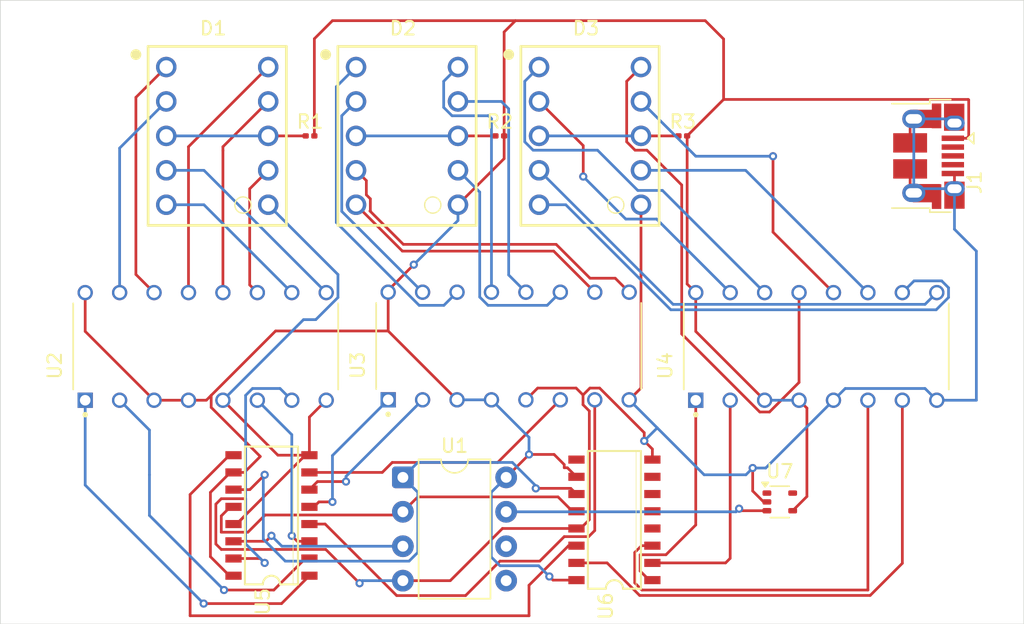
<source format=kicad_pcb>
(kicad_pcb (version 20241229) (generator "pcbnew") (generator_version "9.0")
  (layers (0 "F.Cu" signal) (2 "B.Cu" signal) (13 "F.Paste" user) (15 "B.Paste" user) (5 "F.SilkS" user "F.Silkscreen") (7 "B.SilkS" user "B.Silkscreen") (1 "F.Mask" user) (3 "B.Mask" user) (25 "Edge.Cuts" user))
  (net 0 "")
  (net 4 "Net-(U1-PB2)")
  (net 5 "Net-(U1-XTAL1{slash}PB3)")
  (net 6 "Net-(U1-XTAL2{slash}PB4)")
  (net 7 "Net-(U1-~{RESET}{slash}PB5)")
  (net 8 "GND")
  (net 9 "Net-(U5-QH')")
  (net 10 "Net-(U2-F_OUT)")
  (net 11 "Net-(U2-C_OUT)")
  (net 12 "Net-(U2-D_OUT)")
  (net 13 "Net-(U2-A_OUT)")
  (net 14 "Net-(U2-B_OUT)")
  (net 15 "Net-(U2-E_OUT)")
  (net 16 "Net-(U2-G_OUT)")
  (net 17 "Net-(U3-E_OUT)")
  (net 18 "Net-(U3-G_OUT)")
  (net 19 "Net-(U3-C_OUT)")
  (net 20 "Net-(U3-D_OUT)")
  (net 21 "Net-(U3-B_OUT)")
  (net 22 "Net-(U3-F_OUT)")
  (net 23 "Net-(U3-A_OUT)")
  (net 24 "Net-(U4-C_OUT)")
  (net 25 "Net-(U4-G_OUT)")
  (net 26 "Net-(U4-F_OUT)")
  (net 27 "Net-(U4-E_OUT)")
  (net 28 "Net-(U4-A_OUT)")
  (net 29 "Net-(U4-B_OUT)")
  (net 30 "Net-(U4-D_OUT)")
  (net 31 "Net-(U2-C_IN)")
  (net 32 "Net-(U2-D_IN)")
  (net 33 "Net-(U2-B_IN)")
  (net 34 "Net-(U2-A_IN)")
  (net 35 "Net-(U3-C_IN)")
  (net 36 "Net-(U3-A_IN)")
  (net 37 "Net-(U3-D_IN)")
  (net 38 "Net-(U3-B_IN)")
  (net 39 "Net-(U4-B_IN)")
  (net 40 "Net-(U4-A_IN)")
  (net 41 "Net-(U4-C_IN)")
  (net 42 "Net-(U4-D_IN)")
  (net 43 "Net-(D1-Pad3)")
  (net 44 "Net-(D2-Pad3)")
  (net 45 "Net-(D3-Pad3)")
  (net 46 "+5V")
  (footprint "74HC595:SO16" (layer "F.Cu") (at 109.8 55.825 90)
    (property "Reference" "U6" (at -6.36252 -0.63624 90) (layer "F.SilkS") (effects (font (size 1.001969 1.001969))))
    (property "Value" "74HC595")
    (pad "1" smd rect (at -4.445 2.8 90) (size 0.6 1.2) (layers "F.Cu" "F.Mask" "F.Paste") (net 39 "Net-(U4-B_IN)"))
    (pad "2" smd rect (at -3.175 2.8 90) (size 0.6 1.2) (layers "F.Cu" "F.Mask" "F.Paste") (net 41 "Net-(U4-C_IN)"))
    (pad "3" smd rect (at -1.905 2.8 90) (size 0.6 1.2) (layers "F.Cu" "F.Mask" "F.Paste") (net 42 "Net-(U4-D_IN)"))
    (pad "4" smd rect (at -0.635 2.8 90) (size 0.6 1.2) (layers "F.Cu" "F.Mask" "F.Paste"))
    (pad "5" smd rect (at 0.635 2.8 90) (size 0.6 1.2) (layers "F.Cu" "F.Mask" "F.Paste"))
    (pad "6" smd rect (at 1.905 2.8 90) (size 0.6 1.2) (layers "F.Cu" "F.Mask" "F.Paste"))
    (pad "7" smd rect (at 3.175 2.8 90) (size 0.6 1.2) (layers "F.Cu" "F.Mask" "F.Paste"))
    (pad "8" smd rect (at 4.445 2.8 90) (size 0.6 1.2) (layers "F.Cu" "F.Mask" "F.Paste") (net 8 "GND"))
    (pad "9" smd rect (at 4.445 -2.8 90) (size 0.6 1.2) (layers "F.Cu" "F.Mask" "F.Paste"))
    (pad "10" smd rect (at 3.175 -2.8 90) (size 0.6 1.2) (layers "F.Cu" "F.Mask" "F.Paste") (net 46 "+5V"))
    (pad "11" smd rect (at 1.905 -2.8 90) (size 0.6 1.2) (layers "F.Cu" "F.Mask" "F.Paste") (net 7 "Net-(U1-~{RESET}{slash}PB5)"))
    (pad "12" smd rect (at 0.635 -2.8 90) (size 0.6 1.2) (layers "F.Cu" "F.Mask" "F.Paste") (net 5 "Net-(U1-XTAL1{slash}PB3)"))
    (pad "13" smd rect (at -0.635 -2.8 90) (size 0.6 1.2) (layers "F.Cu" "F.Mask" "F.Paste") (net 8 "GND"))
    (pad "14" smd rect (at -1.905 -2.8 90) (size 0.6 1.2) (layers "F.Cu" "F.Mask" "F.Paste") (net 9 "Net-(U5-QH')"))
    (pad "15" smd rect (at -3.175 -2.8 90) (size 0.6 1.2) (layers "F.Cu" "F.Mask" "F.Paste") (net 40 "Net-(U4-A_IN)"))
    (pad "16" smd rect (at -4.445 -2.8 90) (size 0.6 1.2) (layers "F.Cu" "F.Mask" "F.Paste") (net 46 "+5V"))
  )
  (footprint "CD4511BE:DIP794W45P254L1969H508Q16" (layer "F.Cu") (at 124.69 43.03 90)
    (property "Reference" "U4" (at -1.425 -11.135 90) (layer "F.SilkS"))
    (property "Value" "CD4511BE")
    (pad "1" thru_hole rect (at -3.97 -8.89 90) (size 1.13 1.13) (drill 0.78) (layers "*.Cu" "*.Mask") (net 39 "Net-(U4-B_IN)"))
    (pad "2" thru_hole circle (at -3.97 -6.35 90) (size 1.13 1.13) (drill 0.78) (layers "*.Cu" "*.Mask") (net 41 "Net-(U4-C_IN)"))
    (pad "3" thru_hole circle (at -3.97 -3.81 90) (size 1.13 1.13) (drill 0.78) (layers "*.Cu" "*.Mask") (net 46 "+5V"))
    (pad "4" thru_hole circle (at -3.97 -1.27 90) (size 1.13 1.13) (drill 0.78) (layers "*.Cu" "*.Mask") (net 46 "+5V"))
    (pad "5" thru_hole circle (at -3.97 1.27 90) (size 1.13 1.13) (drill 0.78) (layers "*.Cu" "*.Mask") (net 8 "GND"))
    (pad "6" thru_hole circle (at -3.97 3.81 90) (size 1.13 1.13) (drill 0.78) (layers "*.Cu" "*.Mask") (net 42 "Net-(U4-D_IN)"))
    (pad "7" thru_hole circle (at -3.97 6.35 90) (size 1.13 1.13) (drill 0.78) (layers "*.Cu" "*.Mask") (net 40 "Net-(U4-A_IN)"))
    (pad "8" thru_hole circle (at -3.97 8.89 90) (size 1.13 1.13) (drill 0.78) (layers "*.Cu" "*.Mask") (net 8 "GND"))
    (pad "9" thru_hole circle (at 3.97 8.89 90) (size 1.13 1.13) (drill 0.78) (layers "*.Cu" "*.Mask") (net 27 "Net-(U4-E_OUT)"))
    (pad "10" thru_hole circle (at 3.97 6.35 90) (size 1.13 1.13) (drill 0.78) (layers "*.Cu" "*.Mask") (net 30 "Net-(U4-D_OUT)"))
    (pad "11" thru_hole circle (at 3.97 3.81 90) (size 1.13 1.13) (drill 0.78) (layers "*.Cu" "*.Mask") (net 24 "Net-(U4-C_OUT)"))
    (pad "12" thru_hole circle (at 3.97 1.27 90) (size 1.13 1.13) (drill 0.78) (layers "*.Cu" "*.Mask") (net 29 "Net-(U4-B_OUT)"))
    (pad "13" thru_hole circle (at 3.97 -1.27 90) (size 1.13 1.13) (drill 0.78) (layers "*.Cu" "*.Mask") (net 28 "Net-(U4-A_OUT)"))
    (pad "14" thru_hole circle (at 3.97 -3.81 90) (size 1.13 1.13) (drill 0.78) (layers "*.Cu" "*.Mask") (net 25 "Net-(U4-G_OUT)"))
    (pad "15" thru_hole circle (at 3.97 -6.35 90) (size 1.13 1.13) (drill 0.78) (layers "*.Cu" "*.Mask") (net 26 "Net-(U4-F_OUT)"))
    (pad "16" thru_hole circle (at 3.97 -8.89 90) (size 1.13 1.13) (drill 0.78) (layers "*.Cu" "*.Mask") (net 46 "+5V"))
  )
  (footprint "Resistor_SMD:R_0201_0603Metric" (layer "F.Cu") (at 114.845 27.5)
    (property "Reference" "R3" (at 0 -1.05 0) (layer "F.SilkS"))
    (property "Value" "220")
    (pad "1" smd roundrect (at -0.32 0) (size 0.46 0.4) (layers "F.Cu" "F.Mask") (net 45 "Net-(D3-Pad3)"))
    (pad "2" smd roundrect (at 0.32 0) (size 0.46 0.4) (layers "F.Cu" "F.Mask") (net 46 "+5V"))
  )
  (footprint "CD4511BE:DIP794W45P254L1969H508Q16" (layer "F.Cu") (at 102 43 90)
    (property "Reference" "U3" (at -1.425 -11.135 90) (layer "F.SilkS"))
    (property "Value" "CD4511BE")
    (pad "1" thru_hole rect (at -3.97 -8.89 90) (size 1.13 1.13) (drill 0.78) (layers "*.Cu" "*.Mask") (net 38 "Net-(U3-B_IN)"))
    (pad "2" thru_hole circle (at -3.97 -6.35 90) (size 1.13 1.13) (drill 0.78) (layers "*.Cu" "*.Mask") (net 35 "Net-(U3-C_IN)"))
    (pad "3" thru_hole circle (at -3.97 -3.81 90) (size 1.13 1.13) (drill 0.78) (layers "*.Cu" "*.Mask") (net 46 "+5V"))
    (pad "4" thru_hole circle (at -3.97 -1.27 90) (size 1.13 1.13) (drill 0.78) (layers "*.Cu" "*.Mask") (net 46 "+5V"))
    (pad "5" thru_hole circle (at -3.97 1.27 90) (size 1.13 1.13) (drill 0.78) (layers "*.Cu" "*.Mask") (net 8 "GND"))
    (pad "6" thru_hole circle (at -3.97 3.81 90) (size 1.13 1.13) (drill 0.78) (layers "*.Cu" "*.Mask") (net 37 "Net-(U3-D_IN)"))
    (pad "7" thru_hole circle (at -3.97 6.35 90) (size 1.13 1.13) (drill 0.78) (layers "*.Cu" "*.Mask") (net 36 "Net-(U3-A_IN)"))
    (pad "8" thru_hole circle (at -3.97 8.89 90) (size 1.13 1.13) (drill 0.78) (layers "*.Cu" "*.Mask") (net 8 "GND"))
    (pad "9" thru_hole circle (at 3.97 8.89 90) (size 1.13 1.13) (drill 0.78) (layers "*.Cu" "*.Mask") (net 17 "Net-(U3-E_OUT)"))
    (pad "10" thru_hole circle (at 3.97 6.35 90) (size 1.13 1.13) (drill 0.78) (layers "*.Cu" "*.Mask") (net 20 "Net-(U3-D_OUT)"))
    (pad "11" thru_hole circle (at 3.97 3.81 90) (size 1.13 1.13) (drill 0.78) (layers "*.Cu" "*.Mask") (net 19 "Net-(U3-C_OUT)"))
    (pad "12" thru_hole circle (at 3.97 1.27 90) (size 1.13 1.13) (drill 0.78) (layers "*.Cu" "*.Mask") (net 21 "Net-(U3-B_OUT)"))
    (pad "13" thru_hole circle (at 3.97 -1.27 90) (size 1.13 1.13) (drill 0.78) (layers "*.Cu" "*.Mask") (net 23 "Net-(U3-A_OUT)"))
    (pad "14" thru_hole circle (at 3.97 -3.81 90) (size 1.13 1.13) (drill 0.78) (layers "*.Cu" "*.Mask") (net 18 "Net-(U3-G_OUT)"))
    (pad "15" thru_hole circle (at 3.97 -6.35 90) (size 1.13 1.13) (drill 0.78) (layers "*.Cu" "*.Mask") (net 22 "Net-(U3-F_OUT)"))
    (pad "16" thru_hole circle (at 3.97 -8.89 90) (size 1.13 1.13) (drill 0.78) (layers "*.Cu" "*.Mask") (net 46 "+5V"))
  )
  (footprint "Connector_USB:USB_Micro-B_Amphenol_10103594-0001LF_Horizontal" (layer "F.Cu") (at 133 29 -90)
    (property "Reference" "J1" (at 1.925 -3.365 90) (layer "F.SilkS"))
    (property "Value" "USB_B_Micro")
    (pad "1" smd rect (at -1.325 -1.765) (size 1.65 0.4) (layers "F.Cu" "F.Mask" "F.Paste") (net 46 "+5V"))
    (pad "2" smd rect (at -0.675 -1.765) (size 1.65 0.4) (layers "F.Cu" "F.Mask" "F.Paste"))
    (pad "3" smd rect (at -0.025 -1.765) (size 1.65 0.4) (layers "F.Cu" "F.Mask" "F.Paste"))
    (pad "4" smd rect (at 0.625 -1.765) (size 1.65 0.4) (layers "F.Cu" "F.Mask" "F.Paste"))
    (pad "5" smd rect (at 1.275 -1.765) (size 1.65 0.4) (layers "F.Cu" "F.Mask" "F.Paste") (net 8 "GND"))
    (pad "6" smd rect (at -2.975 -0.565 270) (size 1.825 0.7) (layers "F.Cu" "F.Mask" "F.Paste") (net 8 "GND"))
    (pad "6" smd rect (at -2.875 -1.865 270) (size 2 1.5) (layers "F.Cu" "F.Mask" "F.Paste") (net 8 "GND"))
    (pad "6" smd rect (at -2.755 0.185 270) (size 1.35 2) (layers "F.Cu" "F.Mask" "F.Paste") (net 8 "GND"))
    (pad "6" thru_hole oval (at -2.755 1.115) (size 1.7 1.35) (drill oval 1.2 0.7) (property pad_prop_heatsink) (layers "*.Cu" "*.Mask") (net 8 "GND"))
    (pad "6" thru_hole oval (at -2.445 -1.885) (size 1.5 1.1) (drill oval 1.05 0.65) (property pad_prop_heatsink) (layers "*.Cu" "*.Mask") (net 8 "GND"))
    (pad "6" smd rect (at -0.985 1.385) (size 2.5 1.43) (layers "F.Cu" "F.Mask" "F.Paste") (net 8 "GND"))
    (pad "6" smd rect (at 0.935 1.385) (size 2.5 1.43) (layers "F.Cu" "F.Mask" "F.Paste") (net 8 "GND"))
    (pad "6" thru_hole oval (at 2.395 -1.885) (size 1.5 1.1) (drill oval 1.05 0.65) (property pad_prop_heatsink) (layers "*.Cu" "*.Mask") (net 8 "GND"))
    (pad "6" thru_hole oval (at 2.705 1.115) (size 1.7 1.35) (drill oval 1.2 0.7) (property pad_prop_heatsink) (layers "*.Cu" "*.Mask") (net 8 "GND"))
    (pad "6" smd rect (at 2.725 0.185 270) (size 1.35 2) (layers "F.Cu" "F.Mask" "F.Paste") (net 8 "GND"))
    (pad "6" smd rect (at 2.875 -1.885 270) (size 2 1.5) (layers "F.Cu" "F.Mask" "F.Paste") (net 8 "GND"))
    (pad "6" smd rect (at 2.975 -0.565 270) (size 1.825 0.7) (layers "F.Cu" "F.Mask" "F.Paste") (net 8 "GND"))
  )
  (footprint "WL-T7DS_0.39INCH_COMMON-ANODE:WL-T7DS_0.39INCH" (layer "F.Cu") (at 108 27.5)
    (property "Reference" "D3" (at -0.3 -7.935 0) (layer "F.SilkS"))
    (property "Value" "WL-T7DS_0.39INCH_COMMON-ANODE")
    (pad "1" thru_hole circle (at -3.76 -5.08) (size 1.508 1.508) (drill 1) (layers "*.Cu" "*.Mask") (net 25 "Net-(U4-G_OUT)"))
    (pad "2" thru_hole circle (at -3.76 -2.54) (size 1.508 1.508) (drill 1) (layers "*.Cu" "*.Mask") (net 26 "Net-(U4-F_OUT)"))
    (pad "3" thru_hole circle (at -3.76 0) (size 1.508 1.508) (drill 1) (layers "*.Cu" "*.Mask") (net 45 "Net-(D3-Pad3)"))
    (pad "4" thru_hole circle (at -3.76 2.54) (size 1.508 1.508) (drill 1) (layers "*.Cu" "*.Mask") (net 27 "Net-(U4-E_OUT)"))
    (pad "5" thru_hole circle (at -3.76 5.08) (size 1.508 1.508) (drill 1) (layers "*.Cu" "*.Mask") (net 30 "Net-(U4-D_OUT)"))
    (pad "6" thru_hole circle (at 3.76 5.08) (size 1.508 1.508) (drill 1) (layers "*.Cu" "*.Mask") (net 8 "GND"))
    (pad "7" thru_hole circle (at 3.76 2.54) (size 1.508 1.508) (drill 1) (layers "*.Cu" "*.Mask") (net 24 "Net-(U4-C_OUT)"))
    (pad "8" thru_hole circle (at 3.76 0) (size 1.508 1.508) (drill 1) (layers "*.Cu" "*.Mask") (net 45 "Net-(D3-Pad3)"))
    (pad "9" thru_hole circle (at 3.76 -2.54) (size 1.508 1.508) (drill 1) (layers "*.Cu" "*.Mask") (net 29 "Net-(U4-B_OUT)"))
    (pad "10" thru_hole circle (at 3.76 -5.08) (size 1.508 1.508) (drill 1) (layers "*.Cu" "*.Mask") (net 28 "Net-(U4-A_OUT)"))
  )
  (footprint "Package_TO_SOT_SMD:SOT-353_SC-70-5" (layer "F.Cu") (at 122 54.5)
    (property "Reference" "U7" (at 0 -2.25 0) (layer "F.SilkS"))
    (property "Value" "MCP9700Ax-ELT")
    (pad "1" smd roundrect (at -0.95 -0.65) (size 0.65 0.4) (layers "F.Cu" "F.Mask" "F.Paste"))
    (pad "2" smd roundrect (at -0.95 0) (size 0.65 0.4) (layers "F.Cu" "F.Mask" "F.Paste") (net 8 "GND"))
    (pad "3" smd roundrect (at -0.95 0.65) (size 0.65 0.4) (layers "F.Cu" "F.Mask" "F.Paste") (net 4 "Net-(U1-PB2)"))
    (pad "4" smd roundrect (at 0.95 0.65) (size 0.65 0.4) (layers "F.Cu" "F.Mask" "F.Paste") (net 46 "+5V"))
    (pad "5" smd roundrect (at 0.95 -0.65) (size 0.65 0.4) (layers "F.Cu" "F.Mask" "F.Paste"))
  )
  (footprint "Resistor_SMD:R_0201_0603Metric" (layer "F.Cu") (at 87.345 27.5)
    (property "Reference" "R1" (at 0 -1.05 0) (layer "F.SilkS"))
    (property "Value" "220")
    (pad "1" smd roundrect (at -0.32 0) (size 0.46 0.4) (layers "F.Cu" "F.Mask") (net 43 "Net-(D1-Pad3)"))
    (pad "2" smd roundrect (at 0.32 0) (size 0.46 0.4) (layers "F.Cu" "F.Mask") (net 46 "+5V"))
  )
  (footprint "WL-T7DS_0.39INCH_COMMON-ANODE:WL-T7DS_0.39INCH" (layer "F.Cu") (at 80.5 27.5)
    (property "Reference" "D1" (at -0.3 -7.935 0) (layer "F.SilkS"))
    (property "Value" "WL-T7DS_0.39INCH_COMMON-ANODE")
    (pad "1" thru_hole circle (at -3.76 -5.08) (size 1.508 1.508) (drill 1) (layers "*.Cu" "*.Mask") (net 16 "Net-(U2-G_OUT)"))
    (pad "2" thru_hole circle (at -3.76 -2.54) (size 1.508 1.508) (drill 1) (layers "*.Cu" "*.Mask") (net 10 "Net-(U2-F_OUT)"))
    (pad "3" thru_hole circle (at -3.76 0) (size 1.508 1.508) (drill 1) (layers "*.Cu" "*.Mask") (net 43 "Net-(D1-Pad3)"))
    (pad "4" thru_hole circle (at -3.76 2.54) (size 1.508 1.508) (drill 1) (layers "*.Cu" "*.Mask") (net 15 "Net-(U2-E_OUT)"))
    (pad "5" thru_hole circle (at -3.76 5.08) (size 1.508 1.508) (drill 1) (layers "*.Cu" "*.Mask") (net 12 "Net-(U2-D_OUT)"))
    (pad "6" thru_hole circle (at 3.76 5.08) (size 1.508 1.508) (drill 1) (layers "*.Cu" "*.Mask") (net 8 "GND"))
    (pad "7" thru_hole circle (at 3.76 2.54) (size 1.508 1.508) (drill 1) (layers "*.Cu" "*.Mask") (net 11 "Net-(U2-C_OUT)"))
    (pad "8" thru_hole circle (at 3.76 0) (size 1.508 1.508) (drill 1) (layers "*.Cu" "*.Mask") (net 43 "Net-(D1-Pad3)"))
    (pad "9" thru_hole circle (at 3.76 -2.54) (size 1.508 1.508) (drill 1) (layers "*.Cu" "*.Mask") (net 14 "Net-(U2-B_OUT)"))
    (pad "10" thru_hole circle (at 3.76 -5.08) (size 1.508 1.508) (drill 1) (layers "*.Cu" "*.Mask") (net 13 "Net-(U2-A_OUT)"))
  )
  (footprint "Package_DIP:DIP-8_W7.62mm" (layer "F.Cu") (at 94.195 52.69)
    (property "Reference" "U1" (at 3.81 -2.33 0) (layer "F.SilkS"))
    (property "Value" "ATtiny85-20P")
    (pad "1" thru_hole roundrect (at 0 0) (size 1.6 1.6) (drill 0.8) (layers "*.Cu" "*.Mask") (roundrect_rratio 0.15625) (net 7 "Net-(U1-~{RESET}{slash}PB5)"))
    (pad "2" thru_hole circle (at 0 2.54) (size 1.6 1.6) (drill 0.8) (layers "*.Cu" "*.Mask") (net 5 "Net-(U1-XTAL1{slash}PB3)"))
    (pad "3" thru_hole circle (at 0 5.08) (size 1.6 1.6) (drill 0.8) (layers "*.Cu" "*.Mask") (net 6 "Net-(U1-XTAL2{slash}PB4)"))
    (pad "4" thru_hole circle (at 0 7.62) (size 1.6 1.6) (drill 0.8) (layers "*.Cu" "*.Mask") (net 8 "GND"))
    (pad "5" thru_hole circle (at 7.62 7.62) (size 1.6 1.6) (drill 0.8) (layers "*.Cu" "*.Mask"))
    (pad "6" thru_hole circle (at 7.62 5.08) (size 1.6 1.6) (drill 0.8) (layers "*.Cu" "*.Mask"))
    (pad "7" thru_hole circle (at 7.62 2.54) (size 1.6 1.6) (drill 0.8) (layers "*.Cu" "*.Mask") (net 4 "Net-(U1-PB2)"))
    (pad "8" thru_hole circle (at 7.62 0) (size 1.6 1.6) (drill 0.8) (layers "*.Cu" "*.Mask") (net 46 "+5V"))
  )
  (footprint "74HC595:SO16" (layer "F.Cu") (at 84.5 55.5 90)
    (property "Reference" "U5" (at -6.36252 -0.63624 90) (layer "F.SilkS") (effects (font (size 1.001969 1.001969))))
    (property "Value" "74HC595")
    (pad "1" smd rect (at -4.445 2.8 90) (size 0.6 1.2) (layers "F.Cu" "F.Mask" "F.Paste") (net 33 "Net-(U2-B_IN)"))
    (pad "2" smd rect (at -3.175 2.8 90) (size 0.6 1.2) (layers "F.Cu" "F.Mask" "F.Paste") (net 31 "Net-(U2-C_IN)"))
    (pad "3" smd rect (at -1.905 2.8 90) (size 0.6 1.2) (layers "F.Cu" "F.Mask" "F.Paste") (net 32 "Net-(U2-D_IN)"))
    (pad "4" smd rect (at -0.635 2.8 90) (size 0.6 1.2) (layers "F.Cu" "F.Mask" "F.Paste") (net 36 "Net-(U3-A_IN)"))
    (pad "5" smd rect (at 0.635 2.8 90) (size 0.6 1.2) (layers "F.Cu" "F.Mask" "F.Paste") (net 38 "Net-(U3-B_IN)"))
    (pad "6" smd rect (at 1.905 2.8 90) (size 0.6 1.2) (layers "F.Cu" "F.Mask" "F.Paste") (net 35 "Net-(U3-C_IN)"))
    (pad "7" smd rect (at 3.175 2.8 90) (size 0.6 1.2) (layers "F.Cu" "F.Mask" "F.Paste") (net 37 "Net-(U3-D_IN)"))
    (pad "8" smd rect (at 4.445 2.8 90) (size 0.6 1.2) (layers "F.Cu" "F.Mask" "F.Paste") (net 8 "GND"))
    (pad "9" smd rect (at 4.445 -2.8 90) (size 0.6 1.2) (layers "F.Cu" "F.Mask" "F.Paste") (net 9 "Net-(U5-QH')"))
    (pad "10" smd rect (at 3.175 -2.8 90) (size 0.6 1.2) (layers "F.Cu" "F.Mask" "F.Paste") (net 46 "+5V"))
    (pad "11" smd rect (at 1.905 -2.8 90) (size 0.6 1.2) (layers "F.Cu" "F.Mask" "F.Paste") (net 7 "Net-(U1-~{RESET}{slash}PB5)"))
    (pad "12" smd rect (at 0.635 -2.8 90) (size 0.6 1.2) (layers "F.Cu" "F.Mask" "F.Paste") (net 5 "Net-(U1-XTAL1{slash}PB3)"))
    (pad "13" smd rect (at -0.635 -2.8 90) (size 0.6 1.2) (layers "F.Cu" "F.Mask" "F.Paste") (net 8 "GND"))
    (pad "14" smd rect (at -1.905 -2.8 90) (size 0.6 1.2) (layers "F.Cu" "F.Mask" "F.Paste") (net 6 "Net-(U1-XTAL2{slash}PB4)"))
    (pad "15" smd rect (at -3.175 -2.8 90) (size 0.6 1.2) (layers "F.Cu" "F.Mask" "F.Paste") (net 34 "Net-(U2-A_IN)"))
    (pad "16" smd rect (at -4.445 -2.8 90) (size 0.6 1.2) (layers "F.Cu" "F.Mask" "F.Paste") (net 46 "+5V"))
  )
  (footprint "Resistor_SMD:R_0201_0603Metric" (layer "F.Cu") (at 101.345 27.5)
    (property "Reference" "R2" (at 0 -1.05 0) (layer "F.SilkS"))
    (property "Value" "220")
    (pad "1" smd roundrect (at -0.32 0) (size 0.46 0.4) (layers "F.Cu" "F.Mask") (net 44 "Net-(D2-Pad3)"))
    (pad "2" smd roundrect (at 0.32 0) (size 0.46 0.4) (layers "F.Cu" "F.Mask") (net 46 "+5V"))
  )
  (footprint "CD4511BE:DIP794W45P254L1969H508Q16" (layer "F.Cu") (at 79.65 43.03 90)
    (property "Reference" "U2" (at -1.425 -11.135 90) (layer "F.SilkS"))
    (property "Value" "CD4511BE")
    (pad "1" thru_hole rect (at -3.97 -8.89 90) (size 1.13 1.13) (drill 0.78) (layers "*.Cu" "*.Mask") (net 33 "Net-(U2-B_IN)"))
    (pad "2" thru_hole circle (at -3.97 -6.35 90) (size 1.13 1.13) (drill 0.78) (layers "*.Cu" "*.Mask") (net 31 "Net-(U2-C_IN)"))
    (pad "3" thru_hole circle (at -3.97 -3.81 90) (size 1.13 1.13) (drill 0.78) (layers "*.Cu" "*.Mask") (net 46 "+5V"))
    (pad "4" thru_hole circle (at -3.97 -1.27 90) (size 1.13 1.13) (drill 0.78) (layers "*.Cu" "*.Mask") (net 46 "+5V"))
    (pad "5" thru_hole circle (at -3.97 1.27 90) (size 1.13 1.13) (drill 0.78) (layers "*.Cu" "*.Mask") (net 8 "GND"))
    (pad "6" thru_hole circle (at -3.97 3.81 90) (size 1.13 1.13) (drill 0.78) (layers "*.Cu" "*.Mask") (net 32 "Net-(U2-D_IN)"))
    (pad "7" thru_hole circle (at -3.97 6.35 90) (size 1.13 1.13) (drill 0.78) (layers "*.Cu" "*.Mask") (net 34 "Net-(U2-A_IN)"))
    (pad "8" thru_hole circle (at -3.97 8.89 90) (size 1.13 1.13) (drill 0.78) (layers "*.Cu" "*.Mask") (net 8 "GND"))
    (pad "9" thru_hole circle (at 3.97 8.89 90) (size 1.13 1.13) (drill 0.78) (layers "*.Cu" "*.Mask") (net 15 "Net-(U2-E_OUT)"))
    (pad "10" thru_hole circle (at 3.97 6.35 90) (size 1.13 1.13) (drill 0.78) (layers "*.Cu" "*.Mask") (net 12 "Net-(U2-D_OUT)"))
    (pad "11" thru_hole circle (at 3.97 3.81 90) (size 1.13 1.13) (drill 0.78) (layers "*.Cu" "*.Mask") (net 11 "Net-(U2-C_OUT)"))
    (pad "12" thru_hole circle (at 3.97 1.27 90) (size 1.13 1.13) (drill 0.78) (layers "*.Cu" "*.Mask") (net 14 "Net-(U2-B_OUT)"))
    (pad "13" thru_hole circle (at 3.97 -1.27 90) (size 1.13 1.13) (drill 0.78) (layers "*.Cu" "*.Mask") (net 13 "Net-(U2-A_OUT)"))
    (pad "14" thru_hole circle (at 3.97 -3.81 90) (size 1.13 1.13) (drill 0.78) (layers "*.Cu" "*.Mask") (net 16 "Net-(U2-G_OUT)"))
    (pad "15" thru_hole circle (at 3.97 -6.35 90) (size 1.13 1.13) (drill 0.78) (layers "*.Cu" "*.Mask") (net 10 "Net-(U2-F_OUT)"))
    (pad "16" thru_hole circle (at 3.97 -8.89 90) (size 1.13 1.13) (drill 0.78) (layers "*.Cu" "*.Mask") (net 46 "+5V"))
  )
  (footprint "WL-T7DS_0.39INCH_COMMON-ANODE:WL-T7DS_0.39INCH" (layer "F.Cu") (at 94.5 27.5)
    (property "Reference" "D2" (at -0.3 -7.935 0) (layer "F.SilkS"))
    (property "Value" "WL-T7DS_0.39INCH_COMMON-ANODE")
    (pad "1" thru_hole circle (at -3.76 -5.08) (size 1.508 1.508) (drill 1) (layers "*.Cu" "*.Mask") (net 18 "Net-(U3-G_OUT)"))
    (pad "2" thru_hole circle (at -3.76 -2.54) (size 1.508 1.508) (drill 1) (layers "*.Cu" "*.Mask") (net 22 "Net-(U3-F_OUT)"))
    (pad "3" thru_hole circle (at -3.76 0) (size 1.508 1.508) (drill 1) (layers "*.Cu" "*.Mask") (net 44 "Net-(D2-Pad3)"))
    (pad "4" thru_hole circle (at -3.76 2.54) (size 1.508 1.508) (drill 1) (layers "*.Cu" "*.Mask") (net 17 "Net-(U3-E_OUT)"))
    (pad "5" thru_hole circle (at -3.76 5.08) (size 1.508 1.508) (drill 1) (layers "*.Cu" "*.Mask") (net 20 "Net-(U3-D_OUT)"))
    (pad "6" thru_hole circle (at 3.76 5.08) (size 1.508 1.508) (drill 1) (layers "*.Cu" "*.Mask") (net 46 "+5V"))
    (pad "7" thru_hole circle (at 3.76 2.54) (size 1.508 1.508) (drill 1) (layers "*.Cu" "*.Mask") (net 19 "Net-(U3-C_OUT)"))
    (pad "8" thru_hole circle (at 3.76 0) (size 1.508 1.508) (drill 1) (layers "*.Cu" "*.Mask") (net 44 "Net-(D2-Pad3)"))
    (pad "9" thru_hole circle (at 3.76 -2.54) (size 1.508 1.508) (drill 1) (layers "*.Cu" "*.Mask") (net 21 "Net-(U3-B_OUT)"))
    (pad "10" thru_hole circle (at 3.76 -5.08) (size 1.508 1.508) (drill 1) (layers "*.Cu" "*.Mask") (net 23 "Net-(U3-A_OUT)"))
  )
  (gr_line (start 140 63.5) (end 140 17.5) (stroke (width 0.05)) (layer "Edge.Cuts"))
  (gr_line (start 64.5 63.5) (end 140 63.5) (stroke (width 0.05)) (layer "Edge.Cuts"))
  (gr_line (start 64.5 17.5) (end 64.5 18) (stroke (width 0.05)) (layer "Edge.Cuts"))
  (gr_line (start 140 17.5) (end 64.5 17.5) (stroke (width 0.05)) (layer "Edge.Cuts"))
  (gr_line (start 64.5 18) (end 64.5 63.5) (stroke (width 0.05)) (layer "Edge.Cuts"))
  (segment (start 119.15 55.15) (end 119 55) (width 0.2) (layer "F.Cu") (net 4))
  (segment (start 121.05 55.15) (end 119.15 55.15) (width 0.2) (layer "F.Cu") (net 4))
  (via (at 119 55) (size 0.6) (drill 0.3) (layers "F.Cu" "B.Cu") (net 4))
  (segment (start 101.815 55.23) (end 118.77 55.23) (width 0.2) (layer "B.Cu") (net 4))
  (segment (start 118.77 55.23) (end 119 55) (width 0.2) (layer "B.Cu") (net 4))
  (segment (start 81.468 54.865) (end 80.799 55.534) (width 0.2) (layer "F.Cu") (net 5))
  (segment (start 105.639 54.129) (end 95.296 54.129) (width 0.2) (layer "F.Cu") (net 5))
  (segment (start 93.959 55.466) (end 94.195 55.23) (width 0.2) (layer "F.Cu") (net 5))
  (segment (start 107 55.19) (end 106.7 55.19) (width 0.2) (layer "F.Cu") (net 5))
  (segment (start 81.7 54.865) (end 81.468 54.865) (width 0.2) (layer "F.Cu") (net 5))
  (segment (start 80.799 55.534) (end 80.799 56.736) (width 0.2) (layer "F.Cu") (net 5))
  (segment (start 95.296 54.129) (end 94.195 55.23) (width 0.2) (layer "F.Cu") (net 5))
  (segment (start 82.764 56.736) (end 84.034 55.466) (width 0.2) (layer "F.Cu") (net 5))
  (segment (start 84.034 55.466) (end 93.959 55.466) (width 0.2) (layer "F.Cu") (net 5))
  (segment (start 80.799 56.736) (end 82.764 56.736) (width 0.2) (layer "F.Cu") (net 5))
  (segment (start 106.7 55.19) (end 105.639 54.129) (width 0.2) (layer "F.Cu") (net 5))
  (segment (start 81.7 57.405) (end 84.095 57.405) (width 0.2) (layer "F.Cu") (net 6))
  (segment (start 84.095 57.405) (end 84.5 57) (width 0.2) (layer "F.Cu") (net 6))
  (via (at 84.5 57) (size 0.6) (drill 0.3) (layers "F.Cu" "B.Cu") (net 6))
  (segment (start 85.27 57.77) (end 84.5 57) (width 0.2) (layer "B.Cu") (net 6))
  (segment (start 94.195 57.77) (end 85.27 57.77) (width 0.2) (layer "B.Cu") (net 6))
  (segment (start 107 53.92) (end 106.58 53.5) (width 0.2) (layer "F.Cu") (net 7))
  (segment (start 81.7 53.595) (end 82.905 53.595) (width 0.2) (layer "F.Cu") (net 7))
  (segment (start 82.905 53.595) (end 84 52.5) (width 0.2) (layer "F.Cu") (net 7))
  (segment (start 106.58 53.5) (end 104 53.5) (width 0.2) (layer "F.Cu") (net 7))
  (via (at 84 52.5) (size 0.6) (drill 0.3) (layers "F.Cu" "B.Cu") (net 7))
  (via (at 104 53.5) (size 0.6) (drill 0.3) (layers "F.Cu" "B.Cu") (net 7))
  (segment (start 85.521057 58.871) (end 94.65105 58.871) (width 0.2) (layer "B.Cu") (net 7))
  (segment (start 95.296 53.791) (end 94.195 52.69) (width 0.2) (layer "B.Cu") (net 7))
  (segment (start 94.195 52.69) (end 95.296 51.589) (width 0.2) (layer "B.Cu") (net 7))
  (segment (start 83.899 52.601) (end 83.899 57.248943) (width 0.2) (layer "B.Cu") (net 7))
  (segment (start 104 53.31795) (end 104 53.5) (width 0.2) (layer "B.Cu") (net 7))
  (segment (start 84 52.5) (end 83.899 52.601) (width 0.2) (layer "B.Cu") (net 7))
  (segment (start 102.27105 51.589) (end 104 53.31795) (width 0.2) (layer "B.Cu") (net 7))
  (segment (start 95.296 51.589) (end 102.27105 51.589) (width 0.2) (layer "B.Cu") (net 7))
  (segment (start 94.65105 58.871) (end 95.296 58.22605) (width 0.2) (layer "B.Cu") (net 7))
  (segment (start 83.899 57.248943) (end 85.521057 58.871) (width 0.2) (layer "B.Cu") (net 7))
  (segment (start 95.296 58.22605) (end 95.296 53.791) (width 0.2) (layer "B.Cu") (net 7))
  (segment (start 107.3 56.46) (end 107.949 55.811) (width 0.2) (layer "F.Cu") (net 8))
  (segment (start 87.3 51.055) (end 87.3 48.24) (width 0.2) (layer "F.Cu") (net 8))
  (segment (start 131.615 29.935) (end 131.615 31.435) (width 0.2) (layer "F.Cu") (net 8))
  (segment (start 97.69 60.31) (end 94.195 60.31) (width 0.2) (layer "F.Cu") (net 8))
  (segment (start 80.398 57.605) (end 80.799 58.006) (width 0.2) (layer "F.Cu") (net 8))
  (segment (start 107.484 46.611291) (end 107.991291 46.104) (width 0.2) (layer "F.Cu") (net 8))
  (segment (start 131.615 28.015) (end 131.615 26.515) (width 0.2) (layer "F.Cu") (net 8))
  (segment (start 131.615 26.515) (end 131.885 26.245) (width 0.2) (layer "F.Cu") (net 8))
  (segment (start 111.76 32.58) (end 111.76 46.1) (width 0.2) (layer "F.Cu") (net 8))
  (segment (start 81.7 56.135) (end 81.932 56.135) (width 0.2) (layer "F.Cu") (net 8))
  (segment (start 80.398 54.665) (end 80.398 57.605) (width 0.2) (layer "F.Cu") (net 8))
  (segment (start 80.799 54.264) (end 80.398 54.665) (width 0.2) (layer "F.Cu") (net 8))
  (segment (start 108.708709 46.104) (end 112 49.395291) (width 0.2) (layer "F.Cu") (net 8))
  (segment (start 82.601 54.264) (end 80.799 54.264) (width 0.2) (layer "F.Cu") (net 8))
  (segment (start 112 49.395291) (end 112 50) (width 0.2) (layer "F.Cu") (net 8))
  (segment (start 107 56.46) (end 107.3 56.46) (width 0.2) (layer "F.Cu") (net 8))
  (segment (start 104.136 46.104) (end 106.976709 46.104) (width 0.2) (layer "F.Cu") (net 8))
  (segment (start 101.54 56.46) (end 97.69 60.31) (width 0.2) (layer "F.Cu") (net 8))
  (segment (start 107.949 55.811) (end 107.949 47.793709) (width 0.2) (layer "F.Cu") (net 8))
  (segment (start 87.532 51.055) (end 87.3 51.055) (width 0.2) (layer "F.Cu") (net 8))
  (segment (start 131.615 31.435) (end 131.885 31.705) (width 0.2) (layer "F.Cu") (net 8))
  (segment (start 87.3 51.055) (end 84.975 51.055) (width 0.2) (layer "F.Cu") (net 8))
  (segment (start 107.991291 46.104) (end 108.708709 46.104) (width 0.2) (layer "F.Cu") (net 8))
  (segment (start 107.484 47.328709) (end 107.484 46.611291) (width 0.2) (layer "F.Cu") (net 8))
  (segment (start 121.05 54.5) (end 120.80513 54.5) (width 0.2) (layer "F.Cu") (net 8))
  (segment (start 107 56.46) (end 101.54 56.46) (width 0.2) (layer "F.Cu") (net 8))
  (segment (start 81.932 56.135) (end 82.601 55.466) (width 0.2) (layer "F.Cu") (net 8))
  (segment (start 134.885 30.395) (end 134.765 30.275) (width 0.2) (layer "F.Cu") (net 8))
  (segment (start 81.92 56.135) (end 81.7 56.135) (width 0.2) (layer "F.Cu") (net 8))
  (segment (start 82.601 55.466) (end 82.601 54.264) (width 0.2) (layer "F.Cu") (net 8))
  (segment (start 84.975 51.055) (end 80.92 47) (width 0.2) (layer "F.Cu") (net 8))
  (segment (start 87.3 51.055) (end 87 51.055) (width 0.2) (layer "F.Cu") (net 8))
  (segment (start 112.6 51.38) (end 112.6 50.6) (width 0.2) (layer "F.Cu") (net 8))
  (segment (start 134.885 31.395) (end 134.885 30.395) (width 0.2) (layer "F.Cu") (net 8))
  (segment (start 111.76 46.1) (end 110.89 46.97) (width 0.2) (layer "F.Cu") (net 8))
  (segment (start 87 51.055) (end 81.92 56.135) (width 0.2) (layer "F.Cu") (net 8))
  (segment (start 87.3 48.24) (end 88.54 47) (width 0.2) (layer "F.Cu") (net 8))
  (segment (start 112.6 50.6) (end 112 50) (width 0.2) (layer "F.Cu") (net 8))
  (segment (start 88.506 58.006) (end 91 60.5) (width 0.2) (layer "F.Cu") (net 8))
  (segment (start 120 53.69487) (end 120 52) (width 0.2) (layer "F.Cu") (net 8))
  (segment (start 120.80513 54.5) (end 120 53.69487) (width 0.2) (layer "F.Cu") (net 8))
  (segment (start 103.27 46.97) (end 104.136 46.104) (width 0.2) (layer "F.Cu") (net 8))
  (segment (start 106.976709 46.104) (end 107.484 46.611291) (width 0.2) (layer "F.Cu") (net 8))
  (segment (start 107.949 47.793709) (end 107.484 47.328709) (width 0.2) (layer "F.Cu") (net 8))
  (segment (start 80.799 58.006) (end 88.506 58.006) (width 0.2) (layer "F.Cu") (net 8))
  (via (at 120 52) (size 0.6) (drill 0.3) (layers "F.Cu" "B.Cu") (net 8))
  (via (at 112 50) (size 0.6) (drill 0.3) (layers "F.Cu" "B.Cu") (net 8))
  (via (at 91 60.5) (size 0.6) (drill 0.3) (layers "F.Cu" "B.Cu") (net 8))
  (segment (start 87.770709 41.054) (end 89.406 39.418709) (width 0.2) (layer "B.Cu") (net 8))
  (segment (start 132.714 46.134) (end 133.58 47) (width 0.2) (layer "B.Cu") (net 8))
  (segment (start 80.92 47) (end 86.866 41.054) (width 0.2) (layer "B.Cu") (net 8))
  (segment (start 131.885 31.705) (end 131.885 26.245) (width 0.2) (layer "B.Cu") (net 8))
  (segment (start 112.96 49.04) (end 110.89 46.97) (width 0.2) (layer "B.Cu") (net 8))
  (segment (start 136.5 47) (end 136.5 36) (width 0.2) (layer "B.Cu") (net 8))
  (segment (start 112.96 49.04) (end 112 50) (width 0.2) (layer "B.Cu") (net 8))
  (segment (start 134.885 31.395) (end 132.195 31.395) (width 0.2) (layer "B.Cu") (net 8))
  (segment (start 119.5 52.5) (end 116.42 52.5) (width 0.2) (layer "B.Cu") (net 8))
  (segment (start 134.885 34.385) (end 134.885 31.395) (width 0.2) (layer "B.Cu") (net 8))
  (segment (start 131.885 26.245) (end 134.575 26.245) (width 0.2) (layer "B.Cu") (net 8))
  (segment (start 125.96 47) (end 120.96 52) (width 0.2) (layer "B.Cu") (net 8))
  (segment (start 132.195 31.395) (end 131.885 31.705) (width 0.2) (layer "B.Cu") (net 8))
  (segment (start 125.96 47) (end 126.826 46.134) (width 0.2) (layer "B.Cu") (net 8))
  (segment (start 133.58 47) (end 136.5 47) (width 0.2) (layer "B.Cu") (net 8))
  (segment (start 91.19 60.31) (end 91 60.5) (width 0.2) (layer "B.Cu") (net 8))
  (segment (start 116.42 52.5) (end 112.96 49.04) (width 0.2) (layer "B.Cu") (net 8))
  (segment (start 134.575 26.245) (end 134.885 26.555) (width 0.2) (layer "B.Cu") (net 8))
  (segment (start 94.195 60.31) (end 91.19 60.31) (width 0.2) (layer "B.Cu") (net 8))
  (segment (start 86.866 41.054) (end 87.770709 41.054) (width 0.2) (layer "B.Cu") (net 8))
  (segment (start 126.826 46.134) (end 132.714 46.134) (width 0.2) (layer "B.Cu") (net 8))
  (segment (start 89.406 37.726) (end 84.26 32.58) (width 0.2) (layer "B.Cu") (net 8))
  (segment (start 136.5 36) (end 134.885 34.385) (width 0.2) (layer "B.Cu") (net 8))
  (segment (start 89.406 39.418709) (end 89.406 37.726) (width 0.2) (layer "B.Cu") (net 8))
  (segment (start 120.96 52) (end 120 52) (width 0.2) (layer "B.Cu") (net 8))
  (segment (start 120 52) (end 119.5 52.5) (width 0.2) (layer "B.Cu") (net 8))
  (segment (start 81.4 51.055) (end 81.7 51.055) (width 0.2) (layer "F.Cu") (net 9))
  (segment (start 106.420057 57.73) (end 103.5 60.650057) (width 0.2) (layer "F.Cu") (net 9))
  (segment (start 78.5 62.899) (end 78.5 53.955) (width 0.2) (layer "F.Cu") (net 9))
  (segment (start 103.5 62.899) (end 78.5 62.899) (width 0.2) (layer "F.Cu") (net 9))
  (segment (start 78.5 53.955) (end 81.4 51.055) (width 0.2) (layer "F.Cu") (net 9))
  (segment (start 103.5 60.650057) (end 103.5 62.899) (width 0.2) (layer "F.Cu") (net 9))
  (segment (start 107 57.73) (end 106.420057 57.73) (width 0.2) (layer "F.Cu") (net 9))
  (segment (start 76.74 24.96) (end 73.3 28.4) (width 0.2) (layer "B.Cu") (net 10))
  (segment (start 73.3 28.4) (end 73.3 39.06) (width 0.2) (layer "B.Cu") (net 10))
  (segment (start 82.895 31.405) (end 84.26 30.04) (width 0.2) (layer "F.Cu") (net 11))
  (segment (start 82.895 38.495) (end 82.895 31.405) (width 0.2) (layer "F.Cu") (net 11))
  (segment (start 83.46 39.06) (end 82.895 38.495) (width 0.2) (layer "F.Cu") (net 11))
  (segment (start 76.74 32.58) (end 79.52 32.58) (width 0.2) (layer "B.Cu") (net 12))
  (segment (start 79.52 32.58) (end 86 39.06) (width 0.2) (layer "B.Cu") (net 12))
  (segment (start 78.38 39.06) (end 78.38 28.3) (width 0.2) (layer "F.Cu") (net 13))
  (segment (start 78.38 28.3) (end 84.26 22.42) (width 0.2) (layer "F.Cu") (net 13))
  (segment (start 80.92 28.58) (end 80.92 28.3) (width 0.2) (layer "F.Cu") (net 14))
  (segment (start 80.92 39.06) (end 80.92 28.58) (width 0.2) (layer "F.Cu") (net 14))
  (segment (start 80.92 28.3) (end 84.26 24.96) (width 0.2) (layer "F.Cu") (net 14))
  (segment (start 79.52 30.04) (end 88.54 39.06) (width 0.2) (layer "B.Cu") (net 15))
  (segment (start 76.74 30.04) (end 79.52 30.04) (width 0.2) (layer "B.Cu") (net 15))
  (segment (start 74.5 24.66) (end 74.5 37.72) (width 0.2) (layer "F.Cu") (net 16))
  (segment (start 74.5 37.72) (end 75.84 39.06) (width 0.2) (layer "F.Cu") (net 16))
  (segment (start 76.74 22.42) (end 74.5 24.66) (width 0.2) (layer "F.Cu") (net 16))
  (segment (start 105.5 35.5) (end 108 38) (width 0.2) (layer "F.Cu") (net 17))
  (segment (start 91.5 30.8) (end 91.5 31.848004) (width 0.2) (layer "F.Cu") (net 17))
  (segment (start 91.795 32.143004) (end 91.795 33.016996) (width 0.2) (layer "F.Cu") (net 17))
  (segment (start 91.769548 33.042448) (end 94.2271 35.5) (width 0.2) (layer "F.Cu") (net 17))
  (segment (start 91.5 31.848004) (end 91.795 32.143004) (width 0.2) (layer "F.Cu") (net 17))
  (segment (start 109.86 38) (end 110.89 39.03) (width 0.2) (layer "F.Cu") (net 17))
  (segment (start 94.2271 35.5) (end 105.5 35.5) (width 0.2) (layer "F.Cu") (net 17))
  (segment (start 108 38) (end 109.86 38) (width 0.2) (layer "F.Cu") (net 17))
  (segment (start 91.795 33.016996) (end 91.769548 33.042448) (width 0.2) (layer "F.Cu") (net 17))
  (segment (start 90.74 30.04) (end 91.5 30.8) (width 0.2) (layer "F.Cu") (net 17))
  (segment (start 97.22 40) (end 98.19 39.03) (width 0.2) (layer "B.Cu") (net 18))
  (segment (start 90.74 22.42) (end 89.284 23.876) (width 0.2) (layer "B.Cu") (net 18))
  (segment (start 95.395291 40) (end 97.22 40) (width 0.2) (layer "B.Cu") (net 18))
  (segment (start 89.284 33.888709) (end 95.395291 40) (width 0.2) (layer "B.Cu") (net 18))
  (segment (start 89.284 23.876) (end 89.284 33.888709) (width 0.2) (layer "B.Cu") (net 18))
  (segment (start 104.84 40) (end 105.81 39.03) (width 0.2) (layer "B.Cu") (net 19))
  (segment (start 99.864 39.388709) (end 100.475291 40) (width 0.2) (layer "B.Cu") (net 19))
  (segment (start 99.864 31.644) (end 99.864 39.388709) (width 0.2) (layer "B.Cu") (net 19))
  (segment (start 98.26 30.04) (end 99.864 31.644) (width 0.2) (layer "B.Cu") (net 19))
  (segment (start 100.475291 40) (end 104.84 40) (width 0.2) (layer "B.Cu") (net 19))
  (segment (start 90.74 32.58) (end 94.16 36) (width 0.2) (layer "F.Cu") (net 20))
  (segment (start 105.32 36) (end 108.35 39.03) (width 0.2) (layer "F.Cu") (net 20))
  (segment (start 94.16 36) (end 105.32 36) (width 0.2) (layer "F.Cu") (net 20))
  (segment (start 102 25.5) (end 102 37.76) (width 0.2) (layer "B.Cu") (net 21))
  (segment (start 101.46 24.96) (end 102 25.5) (width 0.2) (layer "B.Cu") (net 21))
  (segment (start 102 37.76) (end 103.27 39.03) (width 0.2) (layer "B.Cu") (net 21))
  (segment (start 98.26 24.96) (end 101.46 24.96) (width 0.2) (layer "B.Cu") (net 21))
  (segment (start 90.74 24.96) (end 89.685 26.015) (width 0.2) (layer "B.Cu") (net 22))
  (segment (start 89.685 26.015) (end 89.685 33.065) (width 0.2) (layer "B.Cu") (net 22))
  (segment (start 89.685 33.065) (end 95.65 39.03) (width 0.2) (layer "B.Cu") (net 22))
  (segment (start 97.205 23.475) (end 97.205 25.396996) (width 0.2) (layer "B.Cu") (net 23))
  (segment (start 97.823004 26.015) (end 100.485 26.015) (width 0.2) (layer "B.Cu") (net 23))
  (segment (start 97.205 25.396996) (end 97.823004 26.015) (width 0.2) (layer "B.Cu") (net 23))
  (segment (start 98.26 22.42) (end 97.205 23.475) (width 0.2) (layer "B.Cu") (net 23))
  (segment (start 100.73 26.23) (end 100.73 39.03) (width 0.2) (layer "B.Cu") (net 23))
  (segment (start 100.5 26) (end 100.73 26.23) (width 0.2) (layer "B.Cu") (net 23))
  (segment (start 100.485 26.015) (end 100.5 26) (width 0.2) (layer "B.Cu") (net 23))
  (segment (start 119.48 30.04) (end 128.5 39.06) (width 0.2) (layer "B.Cu") (net 24))
  (segment (start 111.76 30.04) (end 119.48 30.04) (width 0.2) (layer "B.Cu") (net 24))
  (segment (start 108.555 28.555) (end 111.525 31.525) (width 0.2) (layer "B.Cu") (net 25))
  (segment (start 104.24 22.42) (end 103.185 23.475) (width 0.2) (layer "B.Cu") (net 25))
  (segment (start 103.185 27.936996) (end 103.803004 28.555) (width 0.2) (layer "B.Cu") (net 25))
  (segment (start 113.345 31.525) (end 120.88 39.06) (width 0.2) (layer "B.Cu") (net 25))
  (segment (start 103.185 23.475) (end 103.185 27.936996) (width 0.2) (layer "B.Cu") (net 25))
  (segment (start 103.803004 28.555) (end 108.555 28.555) (width 0.2) (layer "B.Cu") (net 25))
  (segment (start 111.525 31.525) (end 113.345 31.525) (width 0.2) (layer "B.Cu") (net 25))
  (segment (start 104.24 24.96) (end 107.5 28.22) (width 0.2) (layer "F.Cu") (net 26))
  (segment (start 107.5 28.22) (end 107.5 30.5) (width 0.2) (layer "F.Cu") (net 26))
  (via (at 107.5 30.5) (size 0.6) (drill 0.3) (layers "F.Cu" "B.Cu") (net 26))
  (segment (start 112.915 33.635) (end 110.635 33.635) (width 0.2) (layer "B.Cu") (net 26))
  (segment (start 118.34 39.06) (end 112.915 33.635) (width 0.2) (layer "B.Cu") (net 26))
  (segment (start 110.635 33.635) (end 107.5 30.5) (width 0.2) (layer "B.Cu") (net 26))
  (segment (start 104.24 30.04) (end 114.126 39.926) (width 0.2) (layer "B.Cu") (net 27))
  (segment (start 132.714 39.926) (end 133.58 39.06) (width 0.2) (layer "B.Cu") (net 27))
  (segment (start 114.126 39.926) (end 132.714 39.926) (width 0.2) (layer "B.Cu") (net 27))
  (segment (start 120.521291 47.866) (end 121.238709 47.866) (width 0.2) (layer "F.Cu") (net 28))
  (segment (start 121.238709 47.866) (end 123.42 45.684709) (width 0.2) (layer "F.Cu") (net 28))
  (segment (start 111.323004 28.555) (end 112.196996 28.555) (width 0.2) (layer "F.Cu") (net 28))
  (segment (start 114.764 42.108709) (end 120.521291 47.866) (width 0.2) (layer "F.Cu") (net 28))
  (segment (start 112.196996 28.555) (end 114.764 31.122004) (width 0.2) (layer "F.Cu") (net 28))
  (segment (start 123.42 45.684709) (end 123.42 39.06) (width 0.2) (layer "F.Cu") (net 28))
  (segment (start 114.764 31.122004) (end 114.764 42.108709) (width 0.2) (layer "F.Cu") (net 28))
  (segment (start 110.705 27.936996) (end 111.323004 28.555) (width 0.2) (layer "F.Cu") (net 28))
  (segment (start 110.705 23.475) (end 110.705 27.936996) (width 0.2) (layer "F.Cu") (net 28))
  (segment (start 111.76 22.42) (end 110.705 23.475) (width 0.2) (layer "F.Cu") (net 28))
  (segment (start 125.96 39.06) (end 121.5 34.6) (width 0.2) (layer "F.Cu") (net 29))
  (segment (start 121.5 34.6) (end 121.5 29) (width 0.2) (layer "F.Cu") (net 29))
  (via (at 121.5 29) (size 0.6) (drill 0.3) (layers "F.Cu" "B.Cu") (net 29))
  (segment (start 111.76 24.96) (end 115.8 29) (width 0.2) (layer "B.Cu") (net 29))
  (segment (start 115.8 29) (end 121.5 29) (width 0.2) (layer "B.Cu") (net 29))
  (segment (start 113.9599 40.327) (end 133.537709 40.327) (width 0.2) (layer "B.Cu") (net 30))
  (segment (start 134.446 39.418709) (end 134.446 38.701291) (width 0.2) (layer "B.Cu") (net 30))
  (segment (start 106.2129 32.58) (end 113.9599 40.327) (width 0.2) (layer "B.Cu") (net 30))
  (segment (start 134.446 38.701291) (end 133.938709 38.194) (width 0.2) (layer "B.Cu") (net 30))
  (segment (start 131.906 38.194) (end 131.04 39.06) (width 0.2) (layer "B.Cu") (net 30))
  (segment (start 133.537709 40.327) (end 134.446 39.418709) (width 0.2) (layer "B.Cu") (net 30))
  (segment (start 104.24 32.58) (end 106.2129 32.58) (width 0.2) (layer "B.Cu") (net 30))
  (segment (start 133.938709 38.194) (end 131.906 38.194) (width 0.2) (layer "B.Cu") (net 30))
  (segment (start 87.3 58.675) (end 87 58.675) (width 0.2) (layer "F.Cu") (net 31))
  (segment (start 84.675 61) (end 81 61) (width 0.2) (layer "F.Cu") (net 31))
  (segment (start 87 58.675) (end 84.675 61) (width 0.2) (layer "F.Cu") (net 31))
  (via (at 81 61) (size 0.6) (drill 0.3) (layers "F.Cu" "B.Cu") (net 31))
  (segment (start 75.5 49.2) (end 75.5 52.5) (width 0.2) (layer "B.Cu") (net 31))
  (segment (start 75.5 55.5) (end 81 61) (width 0.2) (layer "B.Cu") (net 31))
  (segment (start 75.5 52.5) (end 75.5 55.5) (width 0.2) (layer "B.Cu") (net 31))
  (segment (start 73.3 47) (end 75.5 49.2) (width 0.2) (layer "B.Cu") (net 31))
  (segment (start 87.3 57.405) (end 86.405 57.405) (width 0.2) (layer "F.Cu") (net 32))
  (segment (start 86.405 57.405) (end 86 57) (width 0.2) (layer "F.Cu") (net 32))
  (via (at 86 57) (size 0.6) (drill 0.3) (layers "F.Cu" "B.Cu") (net 32))
  (segment (start 86 49.54) (end 86 57) (width 0.2) (layer "B.Cu") (net 32))
  (segment (start 83.46 47) (end 86 49.54) (width 0.2) (layer "B.Cu") (net 32))
  (segment (start 85.245 62) (end 79.5 62) (width 0.2) (layer "F.Cu") (net 33))
  (segment (start 87.3 59.945) (end 85.245 62) (width 0.2) (layer "F.Cu") (net 33))
  (via (at 79.5 62) (size 0.6) (drill 0.3) (layers "F.Cu" "B.Cu") (net 33))
  (segment (start 70.76 47) (end 70.76 53.26) (width 0.2) (layer "B.Cu") (net 33))
  (segment (start 70.76 53.26) (end 79.5 62) (width 0.2) (layer "B.Cu") (net 33))
  (segment (start 83.675 58.675) (end 84 59) (width 0.2) (layer "F.Cu") (net 34))
  (segment (start 81.7 58.675) (end 83.675 58.675) (width 0.2) (layer "F.Cu") (net 34))
  (via (at 84 59) (size 0.6) (drill 0.3) (layers "F.Cu" "B.Cu") (net 34))
  (segment (start 82.594 57.594) (end 84 59) (width 0.2) (layer "B.Cu") (net 34))
  (segment (start 85.134 46.134) (end 83.101291 46.134) (width 0.2) (layer "B.Cu") (net 34))
  (segment (start 82.594 46.641291) (end 82.594 57.594) (width 0.2) (layer "B.Cu") (net 34))
  (segment (start 86 47) (end 85.134 46.134) (width 0.2) (layer "B.Cu") (net 34))
  (segment (start 83.101291 46.134) (end 82.594 46.641291) (width 0.2) (layer "B.Cu") (net 34))
  (segment (start 87.3 53.595) (end 87.895 53) (width 0.2) (layer "F.Cu") (net 35))
  (segment (start 87.895 53) (end 90 53) (width 0.2) (layer "F.Cu") (net 35))
  (via (at 90 53) (size 0.6) (drill 0.3) (layers "F.Cu" "B.Cu") (net 35))
  (segment (start 95.65 46.97) (end 90 52.62) (width 0.2) (layer "B.Cu") (net 35))
  (segment (start 90 52.62) (end 90 53) (width 0.2) (layer "B.Cu") (net 35))
  (segment (start 106.099 57.061) (end 107.901 57.061) (width 0.2) (layer "F.Cu") (net 36))
  (segment (start 93.73895 61.411) (end 98.81895 61.411) (width 0.2) (layer "F.Cu") (net 36))
  (segment (start 108.35 56.612) (end 108.35 46.97) (width 0.2) (layer "F.Cu") (net 36))
  (segment (start 101.35895 58.871) (end 104.289 58.871) (width 0.2) (layer "F.Cu") (net 36))
  (segment (start 98.81895 61.411) (end 101.35895 58.871) (width 0.2) (layer "F.Cu") (net 36))
  (segment (start 88.46295 56.135) (end 93.73895 61.411) (width 0.2) (layer "F.Cu") (net 36))
  (segment (start 104.289 58.871) (end 106.099 57.061) (width 0.2) (layer "F.Cu") (net 36))
  (segment (start 107.901 57.061) (end 108.35 56.612) (width 0.2) (layer "F.Cu") (net 36))
  (segment (start 87.3 56.135) (end 88.46295 56.135) (width 0.2) (layer "F.Cu") (net 36))
  (segment (start 87.3 52.325) (end 92.67384 52.325) (width 0.2) (layer "F.Cu") (net 37))
  (segment (start 101.191 51.589) (end 105.81 46.97) (width 0.2) (layer "F.Cu") (net 37))
  (segment (start 93.40984 51.589) (end 101.191 51.589) (width 0.2) (layer "F.Cu") (net 37))
  (segment (start 92.67384 52.325) (end 93.40984 51.589) (width 0.2) (layer "F.Cu") (net 37))
  (segment (start 88 54.5) (end 89 54.5) (width 0.2) (layer "F.Cu") (net 38))
  (segment (start 87.635 54.865) (end 88 54.5) (width 0.2) (layer "F.Cu") (net 38))
  (segment (start 87.3 54.865) (end 87.635 54.865) (width 0.2) (layer "F.Cu") (net 38))
  (via (at 89 54.5) (size 0.6) (drill 0.3) (layers "F.Cu" "B.Cu") (net 38))
  (segment (start 93.11 46.97) (end 89 51.08) (width 0.2) (layer "B.Cu") (net 38))
  (segment (start 89 51.08) (end 89 54.5) (width 0.2) (layer "B.Cu") (net 38))
  (segment (start 111.699 59.601) (end 111.699 58.399) (width 0.2) (layer "F.Cu") (net 39))
  (segment (start 115.8 56.2) (end 115.8 47) (width 0.2) (layer "F.Cu") (net 39))
  (segment (start 112.6 60.27) (end 112.368 60.27) (width 0.2) (layer "F.Cu") (net 39))
  (segment (start 111.699 58.399) (end 113.601 58.399) (width 0.2) (layer "F.Cu") (net 39))
  (segment (start 113.601 58.399) (end 115.8 56.2) (width 0.2) (layer "F.Cu") (net 39))
  (segment (start 112.368 60.27) (end 111.699 59.601) (width 0.2) (layer "F.Cu") (net 39))
  (segment (start 109.2609 59) (end 111.6619 61.401) (width 0.2) (layer "F.Cu") (net 40))
  (segment (start 111.6619 61.401) (end 128.6661 61.401) (width 0.2) (layer "F.Cu") (net 40))
  (segment (start 128.6661 61.401) (end 131.04 59.0271) (width 0.2) (layer "F.Cu") (net 40))
  (segment (start 131.04 59.0271) (end 131.04 47) (width 0.2) (layer "F.Cu") (net 40))
  (segment (start 107 59) (end 109.2609 59) (width 0.2) (layer "F.Cu") (net 40))
  (segment (start 118.34 58.66) (end 118.34 47) (width 0.2) (layer "F.Cu") (net 41))
  (segment (start 118 59) (end 118.34 58.66) (width 0.2) (layer "F.Cu") (net 41))
  (segment (start 112.6 59) (end 118 59) (width 0.2) (layer "F.Cu") (net 41))
  (segment (start 128.5 61) (end 128.5 47) (width 0.2) (layer "F.Cu") (net 42))
  (segment (start 112.6 57.73) (end 111.8009 57.73) (width 0.2) (layer "F.Cu") (net 42))
  (segment (start 111.298 58.2329) (end 111.298 60.47) (width 0.2) (layer "F.Cu") (net 42))
  (segment (start 111.298 60.47) (end 111.828 61) (width 0.2) (layer "F.Cu") (net 42))
  (segment (start 111.828 61) (end 128.5 61) (width 0.2) (layer "F.Cu") (net 42))
  (segment (start 111.8009 57.73) (end 111.298 58.2329) (width 0.2) (layer "F.Cu") (net 42))
  (segment (start 84.26 27.5) (end 87.025 27.5) (width 0.2) (layer "F.Cu") (net 43))
  (segment (start 76.74 27.5) (end 84.26 27.5) (width 0.2) (layer "B.Cu") (net 43))
  (segment (start 98.26 27.5) (end 101.025 27.5) (width 0.2) (layer "F.Cu") (net 44))
  (segment (start 90.74 27.5) (end 98.26 27.5) (width 0.2) (layer "B.Cu") (net 44))
  (segment (start 111.76 27.5) (end 114.525 27.5) (width 0.2) (layer "F.Cu") (net 45))
  (segment (start 104.24 27.5) (end 111.76 27.5) (width 0.2) (layer "B.Cu") (net 45))
  (segment (start 78.38 47) (end 79.695291 47) (width 0.2) (layer "F.Cu") (net 46))
  (segment (start 93.11 39.03) (end 93.11 38.89) (width 0.2) (layer "F.Cu") (net 46))
  (segment (start 122.95 55.15) (end 124 54.1) (width 0.2) (layer "F.Cu") (net 46))
  (segment (start 93.11 38.89) (end 95 37) (width 0.2) (layer "F.Cu") (net 46))
  (segment (start 79.695291 47) (end 80.054 46.641291) (width 0.2) (layer "F.Cu") (net 46))
  (segment (start 107 60.27) (end 105.27 60.27) (width 0.2) (layer "F.Cu") (net 46))
  (segment (start 135.936 24.844) (end 135.9035 24.8115) (width 0.2) (layer "F.Cu") (net 46))
  (segment (start 120.88 47) (end 115.8 41.92) (width 0.2) (layer "F.Cu") (net 46))
  (segment (start 102.5 19) (end 101.665 19.835) (width 0.2) (layer "F.Cu") (net 46))
  (segment (start 80.054 47.529) (end 80.054 46.641291) (width 0.2) (layer "F.Cu") (net 46))
  (segment (start 106.331 51.981) (end 106.099 51.981) (width 0.2) (layer "F.Cu") (net 46))
  (segment (start 135.936 27.529) (end 135.936 24.844) (width 0.2) (layer "F.Cu") (net 46))
  (segment (start 84.805291 41.89) (end 93.11 41.89) (width 0.2) (layer "F.Cu") (net 46))
  (segment (start 81.7 52.325) (end 82.5 52.325) (width 0.2) (layer "F.Cu") (net 46))
  (segment (start 75.84 47) (end 70.76 41.92) (width 0.2) (layer "F.Cu") (net 46))
  (segment (start 105.27 60.27) (end 105 60) (width 0.2) (layer "F.Cu") (net 46))
  (segment (start 135.79 27.675) (end 135.936 27.529) (width 0.2) (layer "F.Cu") (net 46))
  (segment (start 79.997 58.542) (end 79.997 53.796) (width 0.2) (layer "F.Cu") (net 46))
  (segment (start 79.997 53.796) (end 81.468 52.325) (width 0.2) (layer "F.Cu") (net 46))
  (segment (start 105.35 51) (end 103.505 51) (width 0.2) (layer "F.Cu") (net 46))
  (segment (start 81.7 59.945) (end 81.4 59.945) (width 0.2) (layer "F.Cu") (net 46))
  (segment (start 98.19 46.97) (end 93.11 41.89) (width 0.2) (layer "F.Cu") (net 46))
  (segment (start 115.8 41.92) (end 115.8 39.06) (width 0.2) (layer "F.Cu") (net 46))
  (segment (start 89 19) (end 87.665 20.335) (width 0.2) (layer "F.Cu") (net 46))
  (segment (start 115.165 27.5) (end 115.165 38.425) (width 0.2) (layer "F.Cu") (net 46))
  (segment (start 82.5 52.325) (end 83.675 51.15) (width 0.2) (layer "F.Cu") (net 46))
  (segment (start 116.5 19) (end 102.5 19) (width 0.2) (layer "F.Cu") (net 46))
  (segment (start 117.8535 24.8115) (end 117.8535 20.3535) (width 0.2) (layer "F.Cu") (net 46))
  (segment (start 75.84 47) (end 78.38 47) (width 0.2) (layer "F.Cu") (net 46))
  (segment (start 106.099 51.981) (end 106.099 51.749) (width 0.2) (layer "F.Cu") (net 46))
  (segment (start 103.505 51) (end 101.815 52.69) (width 0.2) (layer "F.Cu") (net 46))
  (segment (start 115.165 38.425) (end 115.8 39.06) (width 0.2) (layer "F.Cu") (net 46))
  (segment (start 83.675 51.15) (end 80.054 47.529) (width 0.2) (layer "F.Cu") (net 46))
  (segment (start 106.099 51.749) (end 105.35 51) (width 0.2) (layer "F.Cu") (net 46))
  (segment (start 81.4 59.945) (end 79.997 58.542) (width 0.2) (layer "F.Cu") (net 46))
  (segment (start 93.11 41.89) (end 93.11 39.03) (width 0.2) (layer "F.Cu") (net 46))
  (segment (start 70.76 41.92) (end 70.76 39.06) (width 0.2) (layer "F.Cu") (net 46))
  (segment (start 134.765 27.675) (end 135.79 27.675) (width 0.2) (layer "F.Cu") (net 46))
  (segment (start 80.054 46.641291) (end 84.805291 41.89) (width 0.2) (layer "F.Cu") (net 46))
  (segment (start 124 54.1) (end 124 47.58) (width 0.2) (layer "F.Cu") (net 46))
  (segment (start 101.665 19.835) (end 101.665 27.5) (width 0.2) (layer "F.Cu") (net 46))
  (segment (start 117.8535 20.3535) (end 116.5 19) (width 0.2) (layer "F.Cu") (net 46))
  (segment (start 87.665 20.335) (end 87.665 27.5) (width 0.2) (layer "F.Cu") (net 46))
  (segment (start 102.5 19) (end 89 19) (width 0.2) (layer "F.Cu") (net 46))
  (segment (start 101.665 27.5) (end 101.665 29.175) (width 0.2) (layer "F.Cu") (net 46))
  (segment (start 135.9035 24.8115) (end 117.8535 24.8115) (width 0.2) (layer "F.Cu") (net 46))
  (segment (start 117.8535 24.8115) (end 115.165 27.5) (width 0.2) (layer "F.Cu") (net 46))
  (segment (start 107 52.65) (end 106.331 51.981) (width 0.2) (layer "F.Cu") (net 46))
  (segment (start 101.665 29.175) (end 98.26 32.58) (width 0.2) (layer "F.Cu") (net 46))
  (segment (start 124 47.58) (end 123.42 47) (width 0.2) (layer "F.Cu") (net 46))
  (segment (start 81.468 52.325) (end 81.7 52.325) (width 0.2) (layer "F.Cu") (net 46))
  (via (at 103.5 51) (size 0.6) (drill 0.3) (layers "F.Cu" "B.Cu") (net 46))
  (via (at 95 37) (size 0.6) (drill 0.3) (layers "F.Cu" "B.Cu") (net 46))
  (via (at 105 60) (size 0.6) (drill 0.3) (layers "F.Cu" "B.Cu") (net 46))
  (segment (start 103.5 49.74) (end 103.5 51) (width 0.2) (layer "B.Cu") (net 46))
  (segment (start 100.714 53.791) (end 100.714 58.56405) (width 0.2) (layer "B.Cu") (net 46))
  (segment (start 100.714 58.56405) (end 101.35895 59.209) (width 0.2) (layer "B.Cu") (net 46))
  (segment (start 98.26 32.58) (end 98.26 33.74) (width 0.2) (layer "B.Cu") (net 46))
  (segment (start 100.73 46.97) (end 103.5 49.74) (width 0.2) (layer "B.Cu") (net 46))
  (segment (start 98.26 33.74) (end 95 37) (width 0.2) (layer "B.Cu") (net 46))
  (segment (start 123.42 47) (end 120.88 47) (width 0.2) (layer "B.Cu") (net 46))
  (segment (start 101.35895 59.209) (end 104.209 59.209) (width 0.2) (layer "B.Cu") (net 46))
  (segment (start 100.73 46.97) (end 98.19 46.97) (width 0.2) (layer "B.Cu") (net 46))
  (segment (start 101.815 52.69) (end 100.714 53.791) (width 0.2) (layer "B.Cu") (net 46))
  (segment (start 104.209 59.209) (end 105 60) (width 0.2) (layer "B.Cu") (net 46))
)
</source>
